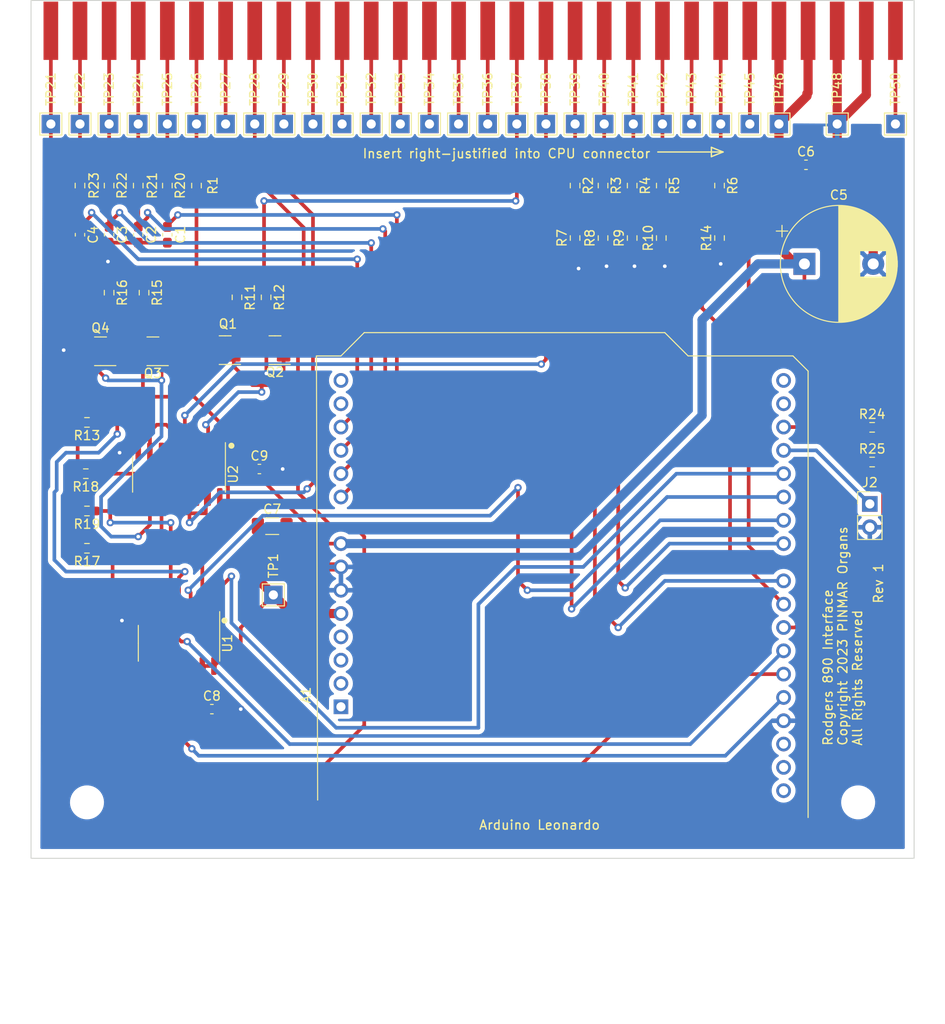
<source format=kicad_pcb>
(kicad_pcb (version 20221018) (generator pcbnew)
  (layers (0 "F.Cu" signal) (31 "B.Cu" signal) (34 "B.Paste" user) (35 "F.Paste" user) (36 "B.SilkS" user "B.Silkscreen") (37 "F.SilkS" user "F.Silkscreen") (38 "B.Mask" user) (39 "F.Mask" user) (44 "Edge.Cuts" user))
  (net 0 "")
  (net 5 "GND")
  (net 6 "/AD0_cpu")
  (net 7 "/AD1_cpu")
  (net 8 "/AD2_cpu")
  (net 9 "/AD3_cpu")
  (net 14 "Net-(A1-D3{slash}SCL)")
  (net 15 "/ICLK_cpu")
  (net 16 "/ISTB_cpu")
  (net 17 "/In0_cpu")
  (net 18 "/In1_cpu")
  (net 19 "/In2_cpu")
  (net 20 "/In3_cpu")
  (net 21 "/In4_cpu")
  (net 22 "/OCLK_cpu")
  (net 23 "/OSTB_cpu")
  (net 24 "/S0_cpu")
  (net 28 "/OCLK")
  (net 29 "/AD3")
  (net 30 "/AD2")
  (net 31 "/AD1")
  (net 32 "/AD0")
  (net 33 "/S0")
  (net 34 "/S6")
  (net 35 "/OSTB")
  (net 36 "/S7")
  (net 37 "/S5")
  (net 38 "/S1")
  (net 39 "/S4")
  (net 40 "/S2")
  (net 41 "/S3")
  (net 42 "/PwrUD")
  (net 43 "/In7")
  (net 44 "/ICLK")
  (net 45 "/ISTB")
  (net 46 "/In0")
  (net 47 "/In2")
  (net 48 "/In1")
  (net 49 "/In3")
  (net 50 "/In6")
  (net 51 "/In4")
  (net 52 "/In5")
  (net 53 "/Vchg")
  (net 54 "Net-(Q1-B)")
  (net 55 "Net-(Q1-E)")
  (net 56 "Net-(Q2-E)")
  (net 57 "Net-(Q3-B)")
  (net 58 "Net-(Q3-E)")
  (net 59 "Net-(Q4-E)")
  (net 60 "Net-(R13-Pad1)")
  (net 61 "Net-(R17-Pad1)")
  (net 62 "Net-(R18-Pad1)")
  (net 63 "Net-(R19-Pad1)")
  (net 65 "+5V")
  (net 66 "+12V")
  (net 67 "Net-(A1-D2{slash}SDA)")
  (footprint "TestPoint:TestPoint_THTPad_2.0x2.0mm_Drill1.0mm" (layer "F.Cu") (at 160.655 43.18)
    (fp_text reference "TP39")
    (fp_text value "TestPoint")
  )
  (footprint "Resistor_SMD:R_0603_1608Metric_Pad0.98x0.95mm_HandSolder" (layer "F.Cu") (at 109.855 61.5575 -90)
    (fp_text reference "R16")
    (fp_text value "10")
  )
  (footprint "Resistor_SMD:R_0603_1608Metric_Pad0.98x0.95mm_HandSolder" (layer "F.Cu") (at 166.878 55.6025 90)
    (fp_text reference "R9")
    (fp_text value "4.7K")
  )
  (footprint "TestPoint:TestPoint_THTPad_2.0x2.0mm_Drill1.0mm" (layer "F.Cu") (at 116.205 43.18)
    (fp_text reference "TP25")
    (fp_text value "TestPoint")
  )
  (footprint "Capacitor_SMD:C_0603_1608Metric_Pad1.08x0.95mm_HandSolder" (layer "F.Cu") (at 106.68 55.245 -90)
    (fp_text reference "C4")
    (fp_text value "0.1uF")
  )
  (footprint "TestPoint:TestPoint_THTPad_2.0x2.0mm_Drill1.0mm" (layer "F.Cu") (at 119.38 43.18)
    (fp_text reference "TP26")
    (fp_text value "TestPoint")
  )
  (footprint "Resistor_SMD:R_0603_1608Metric_Pad0.98x0.95mm_HandSolder" (layer "F.Cu") (at 116.205 49.8875 90)
    (fp_text reference "R20")
    (fp_text value "1K")
  )
  (footprint "Package_TO_SOT_SMD:SOT-23" (layer "F.Cu") (at 122.5065 67.818 180)
    (fp_text reference "Q1")
    (fp_text value "BC817")
  )
  (footprint "TestPoint:TestPoint_THTPad_2.0x2.0mm_Drill1.0mm" (layer "F.Cu") (at 144.78 43.18)
    (fp_text reference "TP34")
    (fp_text value "TestPoint")
  )
  (footprint "Resistor_SMD:R_0603_1608Metric_Pad0.98x0.95mm_HandSolder" (layer "F.Cu") (at 170.053 49.8875 -90)
    (fp_text reference "R5")
    (fp_text value "6.8K")
  )
  (footprint "TestPoint:TestPoint_THTPad_2.0x2.0mm_Drill1.0mm" (layer "F.Cu") (at 122.555 43.18)
    (fp_text reference "TP27")
    (fp_text value "TestPoint")
  )
  (footprint "Resistor_SMD:R_0603_1608Metric_Pad0.98x0.95mm_HandSolder" (layer "F.Cu") (at 123.795 62.0655 -90)
    (fp_text reference "R11")
    (fp_text value "10")
  )
  (footprint "TestPoint:TestPoint_THTPad_2.0x2.0mm_Drill1.0mm" (layer "F.Cu") (at 167.005 43.18)
    (fp_text reference "TP41")
    (fp_text value "TestPoint")
  )
  (footprint "Resistor_SMD:R_0603_1608Metric_Pad0.98x0.95mm_HandSolder" (layer "F.Cu") (at 176.403 49.8875 -90)
    (fp_text reference "R6")
    (fp_text value "6.8K")
  )
  (footprint "TestPoint:TestPoint_THTPad_2.0x2.0mm_Drill1.0mm" (layer "F.Cu") (at 157.48 43.18)
    (fp_text reference "TP38")
    (fp_text value "TestPoint")
  )
  (footprint "Package_SO:SOIC-16_3.9x9.9mm_P1.27mm" (layer "F.Cu") (at 117.475 81.345 -90)
    (fp_text reference "U2")
    (fp_text value "4050")
  )
  (footprint "TestPoint:TestPoint_THTPad_2.0x2.0mm_Drill1.0mm" (layer "F.Cu") (at 151.13 43.18)
    (fp_text reference "TP36")
    (fp_text value "TestPoint")
  )
  (footprint "Resistor_SMD:R_0603_1608Metric_Pad0.98x0.95mm_HandSolder" (layer "F.Cu") (at 109.855 49.8875 90)
    (fp_text reference "R22")
    (fp_text value "1K")
  )
  (footprint "TestPoint:TestPoint_THTPad_2.0x2.0mm_Drill1.0mm" (layer "F.Cu") (at 154.305 43.18)
    (fp_text reference "TP37")
    (fp_text value "TestPoint")
  )
  (footprint "Resistor_SMD:R_0603_1608Metric_Pad0.98x0.95mm_HandSolder" (layer "F.Cu") (at 126.97 62.0655 -90)
    (fp_text reference "R12")
    (fp_text value "10")
  )
  (footprint "TestPoint:TestPoint_THTPad_2.0x2.0mm_Drill1.0mm" (layer "F.Cu") (at 195.58 43.18)
    (fp_text reference "TP50")
    (fp_text value "TestPoint")
  )
  (footprint "TestPoint:TestPoint_THTPad_2.0x2.0mm_Drill1.0mm" (layer "F.Cu") (at 125.73 43.18)
    (fp_text reference "TP28")
    (fp_text value "TestPoint")
  )
  (footprint "Capacitor_SMD:C_0603_1608Metric_Pad1.08x0.95mm_HandSolder" (layer "F.Cu") (at 126.238 80.772)
    (fp_text reference "C9")
    (fp_text value "0.1uF")
  )
  (footprint "Resistor_SMD:R_0603_1608Metric_Pad0.98x0.95mm_HandSolder" (layer "F.Cu") (at 113.665 61.5575 -90)
    (fp_text reference "R15")
    (fp_text value "10")
  )
  (footprint "Resistor_SMD:R_0603_1608Metric_Pad0.98x0.95mm_HandSolder" (layer "F.Cu") (at 176.403 55.6025 90)
    (fp_text reference "R14")
    (fp_text value "4.7K")
  )
  (footprint "TestPoint:TestPoint_THTPad_2.0x2.0mm_Drill1.0mm" (layer "F.Cu") (at 141.605 43.18)
    (fp_text reference "TP33")
    (fp_text value "TestPoint")
  )
  (footprint "Capacitor_SMD:C_0603_1608Metric_Pad1.08x0.95mm_HandSolder" (layer "F.Cu") (at 113.03 55.245 -90)
    (fp_text reference "C2")
    (fp_text value "0.1uF")
  )
  (footprint "TestPoint:TestPoint_THTPad_2.0x2.0mm_Drill1.0mm" (layer "F.Cu") (at 103.505 43.18)
    (fp_text reference "TP21")
    (fp_text value "TestPoint")
  )
  (footprint "Resistor_SMD:R_0603_1608Metric_Pad0.98x0.95mm_HandSolder" (layer "F.Cu") (at 163.703 55.6025 90)
    (fp_text reference "R8")
    (fp_text value "4.7K")
  )
  (footprint "TestPoint:TestPoint_THTPad_2.0x2.0mm_Drill1.0mm" (layer "F.Cu") (at 132.08 43.18)
    (fp_text reference "TP30")
    (fp_text value "TestPoint")
  )
  (footprint "TestPoint:TestPoint_THTPad_2.0x2.0mm_Drill1.0mm" (layer "F.Cu") (at 135.255 43.18)
    (fp_text reference "TP31")
    (fp_text value "TestPoint")
  )
  (footprint "TestPoint:TestPoint_THTPad_2.0x2.0mm_Drill1.0mm" (layer "F.Cu") (at 182.88 43.18)
    (fp_text reference "TP46")
    (fp_text value "TestPoint")
  )
  (footprint "Resistor_SMD:R_0603_1608Metric_Pad0.98x0.95mm_HandSolder" (layer "F.Cu") (at 160.655 55.6025 90)
    (fp_text reference "R7")
    (fp_text value "4.7K")
  )
  (footprint "Resistor_SMD:R_0603_1608Metric_Pad0.98x0.95mm_HandSolder" (layer "F.Cu") (at 106.68 49.8875 90)
    (fp_text reference "R23")
    (fp_text value "1K")
  )
  (footprint "Capacitor_SMD:C_0603_1608Metric_Pad1.08x0.95mm_HandSolder" (layer "F.Cu") (at 116.205 55.245 -90)
    (fp_text reference "C1")
    (fp_text value "0.1uF")
  )
  (footprint "Capacitor_SMD:C_1206_3216Metric_Pad1.33x1.80mm_HandSolder" (layer "F.Cu") (at 127.635 86.995)
    (fp_text reference "C7")
    (fp_text value "10uF")
  )
  (footprint "TestPoint:TestPoint_THTPad_2.0x2.0mm_Drill1.0mm" (layer "F.Cu") (at 106.68 43.18)
    (fp_text reference "TP22")
    (fp_text value "TestPoint")
  )
  (footprint "TestPoint:TestPoint_THTPad_2.0x2.0mm_Drill1.0mm" (layer "F.Cu") (at 176.53 43.18)
    (fp_text reference "TP44")
    (fp_text value "TestPoint")
  )
  (footprint "Package_TO_SOT_SMD:SOT-23" (layer "F.Cu") (at 108.9175 67.945 180)
    (fp_text reference "Q4")
    (fp_text value "BC807")
  )
  (footprint "Resistor_SMD:R_0603_1608Metric_Pad0.98x0.95mm_HandSolder" (layer "F.Cu") (at 170.053 55.6025 90)
    (fp_text reference "R10")
    (fp_text value "4.7K")
  )
  (footprint "TestPoint:TestPoint_THTPad_2.0x2.0mm_Drill1.0mm" (layer "F.Cu") (at 128.905 43.18)
    (fp_text reference "TP29")
    (fp_text value "TestPoint")
  )
  (footprint "Resistor_SMD:R_0603_1608Metric_Pad0.98x0.95mm_HandSolder" (layer "F.Cu") (at 166.878 49.8875 -90)
    (fp_text reference "R4")
    (fp_text value "6.8K")
  )
  (footprint "Connector_Card:CardEdge_125_30_of_50" (layer "F.Cu") (at 103.505 33.02)
    (fp_text reference "J1" hide)
    (fp_text value "Conn_01x30_Pin")
  )
  (footprint "Package_TO_SOT_SMD:SOT-23" (layer "F.Cu") (at 114.6325 67.945 180)
    (fp_text reference "Q3")
    (fp_text value "BC817")
  )
  (footprint "MountingHole:MountingHole_3.2mm_M3" (layer "F.Cu") (at 191.516 117.094)
    (fp_text reference "REF**" hide)
    (fp_text value "MountingHole_3.2mm_M3")
  )
  (footprint "Connector_PinHeader_2.54mm:PinHeader_1x02_P2.54mm_Vertical" (layer "F.Cu") (at 192.786 84.577)
    (fp_text reference "J2")
    (fp_text value "Conn_01x02_Pin")
  )
  (footprint "TestPoint:TestPoint_THTPad_2.0x2.0mm_Drill1.0mm" (layer "F.Cu") (at 179.705 43.18)
    (fp_text reference "TP45")
    (fp_text value "TestPoint")
  )
  (footprint "TestPoint:TestPoint_THTPad_2.0x2.0mm_Drill1.0mm" (layer "F.Cu") (at 109.855 43.18)
    (fp_text reference "TP23")
    (fp_text value "TestPoint")
  )
  (footprint "MountingHole:MountingHole_3.2mm_M3" (layer "F.Cu") (at 107.442 117.094)
    (fp_text reference "REF**" hide)
    (fp_text value "MountingHole_3.2mm_M3")
  )
  (footprint "Resistor_SMD:R_0603_1608Metric_Pad0.98x0.95mm_HandSolder" (layer "F.Cu") (at 107.442 75.692 180)
    (fp_text reference "R13")
    (fp_text value "2.2K")
  )
  (footprint "Capacitor_THT:CP_Radial_D12.5mm_P7.50mm" (layer "F.Cu") (at 185.656041 58.42)
    (fp_text reference "C5")
    (fp_text value "100uF")
  )
  (footprint "TestPoint:TestPoint_THTPad_2.0x2.0mm_Drill1.0mm" (layer "F.Cu") (at 163.83 43.18)
    (fp_text reference "TP40")
    (fp_text value "TestPoint")
  )
  (footprint "TestPoint:TestPoint_THTPad_2.0x2.0mm_Drill1.0mm" (layer "F.Cu") (at 113.03 43.18)
    (fp_text reference "TP24")
    (fp_text value "TestPoint")
  )
  (footprint "Resistor_SMD:R_0603_1608Metric_Pad0.98x0.95mm_HandSolder" (layer "F.Cu") (at 107.442 85.344 180)
    (fp_text reference "R19")
    (fp_text value "2.2K")
  )
  (footprint "TestPoint:TestPoint_THTPad_2.0x2.0mm_Drill1.0mm" (layer "F.Cu") (at 147.955 43.18)
    (fp_text reference "TP35")
    (fp_text value "TestPoint")
  )
  (footprint "Resistor_SMD:R_0603_1608Metric_Pad0.98x0.95mm_HandSolder" (layer "F.Cu") (at 119.38 49.8875 -90)
    (fp_text reference "R1")
    (fp_text value "2.2K")
  )
  (footprint "TestPoint:TestPoint_THTPad_2.0x2.0mm_Drill1.0mm" (layer "F.Cu") (at 173.355 43.18)
    (fp_text reference "TP43")
    (fp_text value "TestPoint")
  )
  (footprint "TestPoint:TestPoint_THTPad_2.0x2.0mm_Drill1.0mm" (layer "F.Cu") (at 189.23 43.18)
    (fp_text reference "TP48")
    (fp_text value "TestPoint")
  )
  (footprint "TestPoint:TestPoint_THTPad_2.0x2.0mm_Drill1.0mm" (layer "F.Cu") (at 170.18 43.18)
    (fp_text reference "TP42")
    (fp_text value "TestPoint")
  )
  (footprint "TestPoint:TestPoint_THTPad_2.0x2.0mm_Drill1.0mm" (layer "F.Cu") (at 138.43 43.18)
    (fp_text reference "TP32")
    (fp_text value "TestPoint")
  )
  (footprint "Resistor_SMD:R_0603_1608Metric_Pad0.98x0.95mm_HandSolder" (layer "F.Cu") (at 107.315 81.28 180)
    (fp_text reference "R18")
    (fp_text value "2.2K")
  )
  (footprint "Resistor_SMD:R_0603_1608Metric_Pad0.98x0.95mm_HandSolder" (layer "F.Cu") (at 107.442 89.408 180)
    (fp_text reference "R17")
    (fp_text value "2.2K")
  )
  (footprint "Resistor_SMD:R_0603_1608Metric_Pad0.98x0.95mm_HandSolder" (layer "F.Cu") (at 193.04 76.23)
    (fp_text reference "R24")
    (fp_text value "6.8K")
  )
  (footprint "TestPoint:TestPoint_THTPad_2.0x2.0mm_Drill1.0mm" (layer "F.Cu") (at 127.762 94.488)
    (fp_text reference "TP1")
    (fp_text value "TestPoint")
  )
  (footprint "Resistor_SMD:R_0603_1608Metric_Pad0.98x0.95mm_HandSolder" (layer "F.Cu") (at 193.04 80.01)
    (fp_text reference "R25")
    (fp_text value "4.7K")
  )
  (footprint "Resistor_SMD:R_0603_1608Metric_Pad0.98x0.95mm_HandSolder" (layer "F.Cu") (at 160.655 49.8875 -90)
    (fp_text reference "R2")
    (fp_text value "6.8K")
  )
  (footprint "Resistor_SMD:R_0603_1608Metric_Pad0.98x0.95mm_HandSolder" (layer "F.Cu") (at 113.03 49.8875 90)
    (fp_text reference "R21")
    (fp_text value "1K")
  )
  (footprint "Package_TO_SOT_SMD:SOT-23" (layer "F.Cu") (at 127.9375 67.818 180)
    (fp_text reference "Q2")
    (fp_text value "BC807")
  )
  (footprint "Resistor_SMD:R_0603_1608Metric_Pad0.98x0.95mm_HandSolder" (layer "F.Cu") (at 163.703 49.8875 -90)
    (fp_text reference "R3")
    (fp_text value "6.8K")
  )
  (footprint "Capacitor_SMD:C_0603_1608Metric_Pad1.08x0.95mm_HandSolder" (layer "F.Cu") (at 185.8275 47.625)
    (fp_text reference "C6")
    (fp_text value "0.1uF")
  )
  (footprint "Module:Arduino_UNO_R3" (layer "F.Cu") (at 135.128 106.68 90)
    (fp_text reference "A1")
    (fp_text value "Arduino_Leonardo")
  )
  (footprint "Capacitor_SMD:C_0603_1608Metric_Pad1.08x0.95mm_HandSolder" (layer "F.Cu") (at 109.855 55.245 -90)
    (fp_text reference "C3")
    (fp_text value "0.1uF")
  )
  (footprint "Package_SO:SOIC-14_3.9x8.7mm_P1.27mm" (layer "F.Cu") (at 117.475 99.76 -90)
    (fp_text reference "U1")
    (fp_text value "7417")
  )
  (footprint "Capacitor_SMD:C_0603_1608Metric_Pad1.08x0.95mm_HandSolder" (layer "F.Cu") (at 121.0575 106.934)
    (fp_text reference "C8")
    (fp_text value "0.1uF")
  )
  (gr_line (start 169.672 46.228) (end 176.784 46.228) (stroke (width 0.15)) (layer "F.SilkS"))
  (gr_line (start 176.784 46.228) (end 175.514 45.72) (stroke (width 0.15)) (layer "F.SilkS"))
  (gr_circle (center 123.19 78.232) (end 123.444 78.232) (stroke (width 0.15)) (fill solid) (layer "F.SilkS"))
  (gr_line (start 175.514 45.72) (end 175.514 46.736) (stroke (width 0.15)) (layer "F.SilkS"))
  (gr_line (start 175.514 46.736) (end 176.784 46.228) (stroke (width 0.15)) (layer "F.SilkS"))
  (gr_circle (center 122.428 97.282) (end 122.682 97.282) (stroke (width 0.15)) (fill solid) (layer "F.SilkS"))
  (gr_rect (start 101.346 29.718) (end 197.612 123.19) (stroke (width 0.1)) (fill none) (layer "Edge.Cuts"))
  (gr_text "Insert right-justified into CPU connector" (at 137.414 46.99) (layer "F.SilkS") (effects (font (size 1 1)) (justify left bottom)))
  (gr_text "Arduino Leonardo" (at 150.114 120.142) (layer "F.SilkS") (effects (font (size 1 1)) (justify left bottom)))
  (gr_text "Rodgers 890 Interface\nCopyright 2023 PINMAR Organs\nAll Rights Reserved" (at 192.024 110.998 90) (layer "F.SilkS") (effects (font (size 1 1)) (justify left bottom)))
  (gr_text "Rev 1" (at 194.31 95.504 90) (layer "F.SilkS") (effects (font (size 1 1)) (justify left bottom)))
  (segment (start 113.665 97.285) (end 111.255 97.285) (width 0.4) (layer "F.Cu") (net 5))
  (segment (start 194.236 82.1185) (end 194.236 86.869081) (width 0.4) (layer "F.Cu") (net 5))
  (segment (start 193.04 49.53) (end 193.156041 49.646041) (width 1) (layer "F.Cu") (net 5))
  (segment (start 127 67.818) (end 127 70.358) (width 0.4) (layer "F.Cu") (net 5))
  (segment (start 109.855 58.039) (end 109.728 58.166) (width 0.4) (layer "F.Cu") (net 5))
  (segment (start 160.655 58.547) (end 161.036 58.928) (width 0.4) (layer "F.Cu") (net 5))
  (segment (start 109.855 56.1075) (end 113.03 56.1075) (width 0.4) (layer "F.Cu") (net 5))
  (segment (start 176.403 56.515) (end 176.403 58.293) (width 0.4) (layer "F.Cu") (net 5))
  (segment (start 163.703 56.515) (end 163.703 58.293) (width 0.4) (layer "F.Cu") (net 5))
  (segment (start 194.236 86.869081) (end 193.988081 87.117) (width 0.4) (layer "F.Cu") (net 5))
  (segment (start 189.23 45.085) (end 189.23 43.18) (width 0.4) (layer "F.Cu") (net 5))
  (segment (start 166.878 58.42) (end 167.132 58.674) (width 0.4) (layer "F.Cu") (net 5))
  (segment (start 193.04 48.768) (end 189.23 44.958) (width 1) (layer "F.Cu") (net 5))
  (segment (start 113.03 78.87) (end 111.122 78.87) (width 0.4) (layer "F.Cu") (net 5))
  (segment (start 170.053 58.293) (end 170.434 58.674) (width 0.4) (layer "F.Cu") (net 5))
  (segment (start 166.878 56.515) (end 166.878 58.42) (width 0.4) (layer "F.Cu") (net 5))
  (segment (start 160.655 56.515) (end 160.655 58.547) (width 0.4) (layer "F.Cu") (net 5))
  (segment (start 111.122 78.87) (end 110.998 78.994) (width 0.4) (layer "F.Cu") (net 5))
  (segment (start 113.03 56.1075) (end 116.205 56.1075) (width 0.4) (layer "F.Cu") (net 5))
  (segment (start 109.855 56.1075) (end 109.855 58.039) (width 0.4) (layer "F.Cu") (net 5))
  (segment (start 189.23 33.02) (end 189.23 43.18) (width 1) (layer "F.Cu") (net 5))
  (segment (start 193.988081 87.117) (end 192.786 87.117) (width 0.4) (layer "F.Cu") (net 5))
  (segment (start 129.1975 86.995) (end 129.1975 88.5575) (width 1) (layer "F.Cu") (net 5))
  (segment (start 186.69 47.625) (end 189.23 45.085) (width 0.4) (layer "F.Cu") (net 5))
  (segment (start 163.703 58.293) (end 164.084 58.674) (width 0.4) (layer "F.Cu") (net 5))
  (segment (start 105.029 67.945) (end 104.902 67.818) (width 0.4) (layer "F.Cu") (net 5))
  (segment (start 193.156041 49.646041) (end 193.156041 58.42) (width 1) (layer "F.Cu") (net 5))
  (segment (start 107.98 67.945) (end 105.029 67.945) (width 0.4) (layer "F.Cu") (net 5))
  (segment (start 127.1005 80.772) (end 128.778 80.772) (width 0.4) (layer "F.Cu") (net 5))
  (segment (start 111.255 97.285) (end 111.252 97.282) (width 0.4) (layer "F.Cu") (net 5))
  (segment (start 132.08 91.44) (end 135.128 91.44) (width 1) (layer "F.Cu") (net 5))
  (segment (start 170.053 56.515) (end 170.053 58.293) (width 0.4) (layer "F.Cu") (net 5))
  (segment (start 193.04 48.768) (end 193.04 49.53) (width 1) (layer "F.Cu") (net 5))
  (segment (start 129.1975 88.5575) (end 132.08 91.44) (width 1) (layer "F.Cu") (net 5))
  (segment (start 192.405 33.02) (end 192.405 40.005) (width 1) (layer "F.Cu") (net 5))
  (segment (start 192.1275 80.01) (end 194.236 82.1185) (width 0.4) (layer "F.Cu") (net 5))
  (segment (start 106.68 56.1075) (end 109.855 56.1075) (width 0.4) (layer "F.Cu") (net 5))
  (segment (start 189.23 44.958) (end 189.23 43.18) (width 1) (layer "F.Cu") (net 5))
  (segment (start 192.405 40.005) (end 189.23 43.18) (width 1) (layer "F.Cu") (net 5))
  (segment (start 176.403 58.293) (end 176.53 58.42) (width 0.4) (layer "F.Cu") (net 5))
  (segment (start 121.92 106.934) (end 124.206 106.934) (width 0.4) (layer "F.Cu") (net 5))
  (via (at 110.998 78.994) (size 0.8) (drill 0.4) (layers "F.Cu" "B.Cu") (net 5))
  (via (at 164.084 58.674) (size 0.8) (drill 0.4) (layers "F.Cu" "B.Cu") (net 5))
  (via (at 104.902 67.818) (size 0.8) (drill 0.4) (layers "F.Cu" "B.Cu") (net 5))
  (via (at 161.036 58.928) (size 0.8) (drill 0.4) (layers "F.Cu" "B.Cu") (net 5))
  (via (at 111.252 97.282) (size 0.8) (drill 0.4) (layers "F.Cu" "B.Cu") (net 5))
  (via (at 176.53 58.42) (size 0.8) (drill 0.4) (layers "F.Cu" "B.Cu") (net 5))
  (via (at 109.728 58.166) (size 0.8) (drill 0.4) (layers "F.Cu" "B.Cu") (net 5))
  (via (at 170.434 58.674) (size 0.8) (drill 0.4) (layers "F.Cu" "B.Cu") (net 5))
  (via (at 127 70.358) (size 0.8) (drill 0.4) (layers "F.Cu" "B.Cu") (net 5))
  (via (at 124.206 106.934) (size 0.8) (drill 0.4) (layers "F.Cu" "B.Cu") (net 5))
  (via (at 128.778 80.772) (size 0.8) (drill 0.4) (layers "F.Cu" "B.Cu") (net 5))
  (via (at 167.132 58.674) (size 0.8) (drill 0.4) (layers "F.Cu" "B.Cu") (net 5))
  (segment (start 141.224 53.086) (end 141.224 77.724) (width 0.4) (layer "F.Cu") (net 6))
  (segment (start 141.224 77.724) (end 135.128 83.82) (width 0.4) (layer "F.Cu") (net 6))
  (segment (start 116.205 54.3825) (end 116.205 54.229) (width 0.4) (layer "F.Cu") (net 6))
  (segment (start 116.205 54.229) (end 117.348 53.086) (width 0.4) (layer "F.Cu") (net 6))
  (segment (start 116.205 50.8) (end 116.205 54.3825) (width 0.4) (layer "F.Cu") (net 6))
  (via (at 141.224 53.086) (size 0.8) (drill 0.4) (layers "F.Cu" "B.Cu") (net 6))
  (via (at 117.348 53.086) (size 0.8) (drill 0.4) (layers "F.Cu" "B.Cu") (net 6))
  (segment (start 117.348 53.086) (end 141.224 53.086) (width 0.4) (layer "B.Cu") (net 6))
  (segment (start 113.03 50.8) (end 113.03 54.3825) (width 0.4) (layer "F.Cu") (net 7))
  (segment (start 114.046 52.832) (end 114.046 53.3665) (width 0.4) (layer "F.Cu") (net 7))
  (segment (start 114.046 53.3665) (end 113.03 54.3825) (width 0.4) (layer "F.Cu") (net 7))
  (segment (start 139.954 76.454) (end 139.954 70.358) (width 0.4) (layer "F.Cu") (net 7))
  (segment (start 139.954 54.864) (end 139.7 54.61) (width 0.4) (layer "F.Cu") (net 7))
  (segment (start 135.128 81.28) (end 139.954 76.454) (width 0.4) (layer "F.Cu") (net 7))
  (segment (start 139.954 70.358) (end 139.954 54.864) (width 0.4) (layer "F.Cu") (net 7))
  (via (at 114.046 52.832) (size 0.8) (drill 0.4) (layers "F.Cu" "B.Cu") (net 7))
  (via (at 139.7 54.61) (size 0.8) (drill 0.4) (layers "F.Cu" "B.Cu") (net 7))
  (segment (start 139.7 54.61) (end 115.824 54.61) (width 0.4) (layer "B.Cu") (net 7))
  (segment (start 115.824 54.61) (end 114.046 52.832) (width 0.4) (layer "B.Cu") (net 7))
  (segment (start 109.855 54.3825) (end 109.855 53.975) (width 0.4) (layer "F.Cu") (net 8))
  (segment (start 138.43 56.134) (end 138.43 75.438) (width 0.4) (layer "F.Cu") (net 8))
  (segment (start 138.43 75.438) (end 135.128 78.74) (width 0.4) (layer "F.Cu") (net 8))
  (segment (start 109.855 53.975) (end 110.998 52.832) (width 0.4) (layer "F.Cu") (net 8))
  (segment (start 109.855 50.8) (end 109.855 54.3825) (width 0.4) (layer "F.Cu") (net 8))
  (via (at 110.998 52.832) (size 0.8) (drill 0.4) (layers "F.Cu" "B.Cu") (net 8))
  (via (at 138.43 56.134) (size 0.8) (drill 0.4) (layers "F.Cu" "B.Cu") (net 8))
  (segment (start 110.998 52.832) (end 114.3 56.134) (width 0.4) (layer "B.Cu") (net 8))
  (segment (start 114.3 56.134) (end 138.43 56.134) (width 0.4) (layer "B.Cu") (net 8))
  (segment (start 135.128 76.2) (end 136.906 74.422) (width 0.4) (layer "F.Cu") (net 9))
  (segment (start 136.906 74.422) (end 136.906 57.912) (width 0.4) (layer "F.Cu") (net 9))
  (segment (start 107.95 52.832) (end 107.95 53.1125) (width 0.4) (layer "F.Cu") (net 9))
  (segment (start 106.68 50.8) (end 106.68 54.3825) (width 0.4) (layer "F.Cu") (net 9))
  (segment (start 107.95 53.1125) (end 106.68 54.3825) (width 0.4) (layer "F.Cu") (net 9))
  (via (at 136.906 57.912) (size 0.8) (drill 0.4) (layers "F.Cu" "B.Cu") (net 9))
  (via (at 107.95 52.832) (size 0.8) (drill 0.4) (layers "F.Cu" "B.Cu") (net 9))
  (segment (start 136.906 57.912) (end 113.03 57.912) (width 0.4) (layer "B.Cu") (net 9))
  (segment (start 113.03 57.912) (end 107.95 52.832) (width 0.4) (layer "B.Cu") (net 9))
  (segment (start 183.388 78.74) (end 186.949 78.74) (width 0.4) (layer "B.Cu") (net 14))
  (segment (start 186.949 78.74) (end 192.786 84.577) (width 0.4) (layer "B.Cu") (net 14))
  (segment (start 121.285 97.285) (end 121.285 94.361) (width 0.4) (layer "F.Cu") (net 15))
  (segment (start 121.285 94.361) (end 123.19 92.456) (width 0.4) (layer "F.Cu") (net 15))
  (via (at 123.19 92.456) (size 0.8) (drill 0.4) (layers "F.Cu" "B.Cu") (net 15))
  (segment (start 154.178 91.44) (end 161.544 91.44) (width 0.4) (layer "B.Cu") (net 15))
  (segment (start 171.704 81.28) (end 183.388 81.28) (width 0.4) (layer "B.Cu") (net 15))
  (segment (start 150.114 95.504) (end 154.178 91.44) (width 0.4) (layer "B.Cu") (net 15))
  (segment (start 150.114 108.966) (end 150.114 95.504) (width 0.4) (layer "B.Cu") (net 15))
  (segment (start 123.19 97.542) (end 134.614 108.966) (width 0.4) (layer "B.Cu") (net 15))
  (segment (start 123.19 92.456) (end 123.19 97.542) (width 0.4) (layer "B.Cu") (net 15))
  (segment (start 134.614 108.966) (end 150.114 108.966) (width 0.4) (layer "B.Cu") (net 15))
  (segment (start 161.544 91.44) (end 171.704 81.28) (width 0.4) (layer "B.Cu") (net 15))
  (segment (start 118.745 94.2505) (end 118.4745 93.98) (width 0.4) (layer "F.Cu") (net 16))
  (segment (start 118.745 97.285) (end 118.745 94.2505) (width 0.4) (layer "F.Cu") (net 16))
  (segment (start 154.432 82.804) (end 154.432 92.964) (width 0.4) (layer "F.Cu") (net 16))
  (segment (start 154.432 92.964) (end 155.448 93.98) (width 0.4) (layer "F.Cu") (net 16))
  (via (at 154.432 82.804) (size 0.8) (drill 0.4) (layers "F.Cu" "B.Cu") (net 16))
  (via (at 155.448 93.98) (size 0.8) (drill 0.4) (layers "F.Cu" "B.Cu") (net 16))
  (via (at 118.4745 93.98) (size 0.8) (drill 0.4) (layers "F.Cu" "B.Cu") (net 16))
  (segment (start 118.4745 93.98) (end 126.6025 85.852) (width 0.4) (layer "B.Cu") (net 16))
  (segment (start 126.6025 85.852) (end 151.384 85.852) (width 0.4) (layer "B.Cu") (net 16))
  (segment (start 170.688 83.82) (end 183.388 83.82) (width 0.4) (layer "B.Cu") (net 16))
  (segment (start 151.384 85.852) (end 154.432 82.804) (width 0.4) (layer "B.Cu") (net 16))
  (segment (start 160.528 93.98) (end 170.688 83.82) (width 0.4) (layer "B.Cu") (net 16))
  (segment (start 155.448 93.98) (end 160.528 93.98) (width 0.4) (layer "B.Cu") (net 16))
  (segment (start 159.58 55.918096) (end 159.58 62.298) (width 0.4) (layer "F.Cu") (net 17))
  (segment (start 160.274 62.992) (end 160.274 96.012) (width 0.4) (layer "F.Cu") (net 17))
  (segment (start 160.655 50.8) (end 160.655 54.69) (width 0.4) (layer "F.Cu") (net 17))
  (segment (start 160.655 54.843096) (end 159.58 55.918096) (width 0.4) (layer "F.Cu") (net 17))
  (segment (start 159.58 62.298) (end 160.274 62.992) (width 0.4) (layer "F.Cu") (net 17))
  (segment (start 160.655 54.69) (end 160.655 54.843096) (width 0.4) (layer "F.Cu") (net 17))
  (via (at 160.274 96.012) (size 0.8) (drill 0.4) (layers "F.Cu" "B.Cu") (net 17))
  (segment (start 169.926 86.36) (end 183.388 86.36) (width 0.4) (layer "B.Cu") (net 17))
  (segment (start 160.274 96.012) (end 169.926 86.36) (width 0.4) (layer "B.Cu") (net 17))
  (segment (start 166.878 50.8) (end 166.878 54.69) (width 0.4) (layer "F.Cu") (net 18))
  (segment (start 166.036 54.69) (end 165.354 55.372) (width 0.4) (layer "F.Cu") (net 18))
  (segment (start 165.354 60.452) (end 165.354 92.964) (width 0.4) (layer "F.Cu") (net 18))
  (segment (start 165.354 55.372) (end 165.354 60.452) (width 0.4) (layer "F.Cu") (net 18))
  (segment (start 165.354 92.964) (end 166.116 93.726) (width 0.4) (layer "F.Cu") (net 18))
  (segment (start 166.878 54.69) (end 166.036 54.69) (width 0.4) (layer "F.Cu") (net 18))
  (via (at 166.116 93.726) (size 0.8) (drill 0.4) (layers "F.Cu" "B.Cu") (net 18))
  (segment (start 170.942 88.9) (end 183.388 88.9) (width 0.4) (layer "B.Cu") (net 18))
  (segment (start 166.116 93.726) (end 170.942 88.9) (width 0.4) (layer "B.Cu") (net 18))
  (segment (start 162.628 55.765) (end 162.628 76.268) (width 0.4) (layer "F.Cu") (net 19))
  (segment (start 162.814 95.504) (end 165.354 98.044) (width 0.4) (layer "F.Cu") (net 19))
  (segment (start 163.703 54.69) (end 162.628 55.765) (width 0.4) (layer "F.Cu") (net 19))
  (segment (start 162.814 76.454) (end 162.814 95.504) (width 0.4) (layer "F.Cu") (net 19))
  (segment (start 162.628 76.268) (end 162.814 76.454) (width 0.4) (layer "F.Cu") (net 19))
  (segment (start 163.703 50.8) (end 163.703 54.69) (width 0.4) (layer "F.Cu") (net 19))
  (via (at 165.354 98.044) (size 0.8) (drill 0.4) (layers "F.Cu" "B.Cu") (net 19))
  (segment (start 170.438 92.96) (end 183.388 92.96) (width 0.4) (layer "B.Cu") (net 19))
  (segment (start 165.354 98.044) (end 170.438 92.96) (width 0.4) (layer "B.Cu") (net 19))
  (segment (start 170.053 54.69) (end 170.768 54.69) (width 0.4) (layer "F.Cu") (net 20))
  (segment (start 174.498 58.42) (end 174.498 63.246) (width 0.4) (layer "F.Cu") (net 20))
  (segment (start 179.074 91.186) (end 183.388 95.5) (width 0.4) (layer "F.Cu") (net 20))
  (segment (start 170.768 54.69) (end 174.498 58.42) (width 0.4) (layer "F.Cu") (net 20))
  (segment (start 170.053 50.8) (end 170.053 54.69) (width 0.4) (layer "F.Cu") (net 20))
  (segment (start 177.546 89.662) (end 179.07 91.186) (width 0.4) (layer "F.Cu") (net 20))
  (segment (start 174.498 63.246) (end 177.546 66.294) (width 0.4) (layer "F.Cu") (net 20))
  (segment (start 177.546 66.294) (end 177.546 89.662) (width 0.4) (layer "F.Cu") (net 20))
  (segment (start 179.07 91.186) (end 179.074 91.186) (width 0.4) (layer "F.Cu") (net 20))
  (segment (start 179.578 89.154) (end 181.102 90.678) (width 0.4) (layer "F.Cu") (net 21))
  (segment (start 185.674 97.028) (end 184.662 98.04) (width 0.4) (layer "F.Cu") (net 21))
  (segment (start 176.403 50.8) (end 176.403 54.69) (width 0.4) (layer "F.Cu") (net 21))
  (segment (start 185.674 91.948) (end 185.674 97.028) (width 0.4) (layer "F.Cu") (net 21))
  (segment (start 184.404 90.678) (end 185.674 91.948) (width 0.4) (layer "F.Cu") (net 21))
  (segment (start 179.578 57.865) (end 179.578 89.154) (width 0.4) (layer "F.Cu") (net 21))
  (segment (start 181.102 90.678) (end 184.404 90.678) (width 0.4) (layer "F.Cu") (net 21))
  (segment (start 176.403 54.69) (end 179.578 57.865) (width 0.4) (layer "F.Cu") (net 21))
  (segment (start 184.662 98.04) (end 183.388 98.04) (width 0.4) (layer "F.Cu") (net 21))
  (segment (start 116.205 97.285) (end 116.205 98.05066) (width 0.4) (layer "F.Cu") (net 22))
  (segment (start 116.205 98.05066) (end 117.72234 99.568) (width 0.4) (layer "F.Cu") (net 22))
  (segment (start 117.72234 99.568) (end 118.364 99.568) (width 0.4) (layer "F.Cu") (net 22))
  (via (at 118.364 99.568) (size 0.8) (drill 0.4) (layers "F.Cu" "B.Cu") (net 22))
  (segment (start 118.364 99.568) (end 129.54 110.744) (width 0.4) (layer "B.Cu") (net 22))
  (segment (start 173.224 110.744) (end 183.388 100.58) (width 0.4) (layer "B.Cu") (net 22))
  (segment (start 129.54 110.744) (end 173.224 110.744) (width 0.4) (layer "B.Cu") (net 22))
  (segment (start 114.935 112.76437) (end 114.935 102.235) (width 0.4) (layer "F.Cu") (net 23))
  (segment (start 171.2 103.12) (end 183.388 103.12) (width 0.4) (layer "F.Cu") (net 23))
  (segment (start 118.24863 116.078) (end 158.242 116.078) (width 0.4) (layer "F.Cu") (net 23))
  (segment (start 158.242 116.078) (end 171.2 103.12) (width 0.4) (layer "F.Cu") (net 23))
  (segment (start 114.935 112.76437) (end 118.24863 116.078) (width 0.4) (layer "F.Cu") (net 23))
  (segment (start 117.475 109.855) (end 117.475 102.235) (width 0.4) (layer "F.Cu") (net 24))
  (segment (start 118.872 111.252) (end 117.475 109.855) (width 0.4) (layer "F.Cu") (net 24))
  (via (at 118.872 111.252) (size 0.8) (drill 0.4) (layers "F.Cu" "B.Cu") (net 24))
  (segment (start 177.034 112.014) (end 183.388 105.66) (width 0.4) (layer "B.Cu") (net 24))
  (segment (start 118.872 111.252) (end 119.634 112.014) (width 0.4) (layer "B.Cu") (net 24))
  (segment (start 119.634 112.014) (end 177.034 112.014) (width 0.4) (layer "B.Cu") (net 24))
  (segment (start 103.505 54.654404) (end 103.505 43.18) (width 0.4) (layer "F.Cu") (net 28))
  (segment (start 109.855 60.645) (end 109.495596 60.645) (width 0.4) (layer "F.Cu") (net 28))
  (segment (start 109.495596 60.645) (end 103.505 54.654404) (width 0.4) (layer "F.Cu") (net 28))
  (segment (start 109.855 60.645) (end 113.665 60.645) (width 0.4) (layer "F.Cu") (net 28))
  (segment (start 103.505 43.18) (end 103.505 33.02) (width 0.4) (layer "F.Cu") (net 28))
  (segment (start 106.68 48.975) (end 106.68 43.18) (width 0.4) (layer "F.Cu") (net 29))
  (segment (start 106.68 43.18) (end 106.68 33.02) (width 0.4) (layer "F.Cu") (net 29))
  (segment (start 109.855 48.975) (end 109.855 43.18) (width 0.4) (layer "F.Cu") (net 30))
  (segment (start 109.855 43.18) (end 109.855 33.02) (width 0.4) (layer "F.Cu") (net 30))
  (segment (start 113.03 48.975) (end 113.03 43.18) (width 0.4) (layer "F.Cu") (net 31))
  (segment (start 113.03 43.18) (end 113.03 33.02) (width 0.4) (layer "F.Cu") (net 31))
  (segment (start 116.205 43.18) (end 116.205 33.02) (width 0.4) (layer "F.Cu") (net 32))
  (segment (start 116.205 48.975) (end 116.205 43.18) (width 0.4) (layer "F.Cu") (net 32))
  (segment (start 131.064 54.465786) (end 131.064 59.182) (width 0.4) (layer "F.Cu") (net 33))
  (segment (start 130.445 83.345214) (end 133.967786 86.868) (width 0.4) (layer "F.Cu") (net 33))
  (segment (start 130.445 59.801) (end 130.445 83.345214) (width 0.4) (layer "F.Cu") (net 33))
  (segment (start 137.668 88.138) (end 137.668 108.712) (width 0.4) (layer "F.Cu") (net 33))
  (segment (start 131.064 59.182) (end 130.445 59.801) (width 0.4) (layer "F.Cu") (net 33))
  (segment (start 117.332 113.014) (end 116.205 111.887) (width 0.4) (layer "F.Cu") (net 33))
  (segment (start 125.573214 48.975) (end 131.064 54.465786) (width 0.4) (layer "F.Cu") (net 33))
  (segment (start 119.38 48.975) (end 119.38 43.18) (width 0.4) (layer "F.Cu") (net 33))
  (segment (start 137.668 108.712) (end 133.366 113.014) (width 0.4) (layer "F.Cu") (net 33))
  (segment (start 133.967786 86.868) (end 136.398 86.868) (width 0.4) (layer "F.Cu") (net 33))
  (segment (start 119.38 43.18) (end 119.38 33.02) (width 0.4) (layer "F.Cu") (net 33))
  (segment (start 133.366 113.014) (end 117.332 113.014) (width 0.4) (layer "F.Cu") (net 33))
  (segment (start 136.398 86.868) (end 137.668 88.138) (width 0.4) (layer "F.Cu") (net 33))
  (segment (start 116.205 111.887) (end 116.205 102.235) (width 0.4) (layer "F.Cu") (net 33))
  (segment (start 119.38 48.975) (end 125.573214 48.975) (width 0.4) (layer "F.Cu") (net 33))
  (segment (start 122.555 43.18) (end 122.555 33.02) (width 0.4) (layer "F.Cu") (net 34))
  (segment (start 120.396 85.598) (end 120.396 84.074) (width 0.4) (layer "F.Cu") (net 35))
  (segment (start 116.84 83.82) (end 116.84 84.58566) (width 0.4) (layer "F.Cu") (net 35))
  (segment (start 125.73 43.18) (end 125.73 33.02) (width 0.4) (layer "F.Cu") (net 35))
  (segment (start 118.618 85.598) (end 118.618 86.614) (width 0.4) (layer "F.Cu") (net 35))
  (segment (start 132.08 53.086) (end 125.73 46.736) (width 0.4) (layer "F.Cu") (net 35))
  (segment (start 125.73 46.736) (end 125.73 43.18) (width 0.4) (layer "F.Cu") (net 35))
  (segment (start 118.618 85.598) (end 120.396 85.598) (width 0.4) (layer "F.Cu") (net 35))
  (segment (start 117.85234 85.598) (end 118.618 85.598) (width 0.4) (layer "F.Cu") (net 35))
  (segment (start 132.08 82.296) (end 132.08 53.086) (width 0.4) (layer "F.Cu") (net 35))
  (segment (start 131.445 82.931) (end 132.08 82.296) (width 0.4) (layer "F.Cu") (net 35))
  (segment (start 120.396 84.074) (end 120.65 83.82) (width 0.4) (layer "F.Cu") (net 35))
  (segment (start 116.84 84.58566) (end 117.85234 85.598) (width 0.4) (layer "F.Cu") (net 35))
  (via (at 131.445 82.931) (size 0.8) (drill 0.4) (layers "F.Cu" "B.Cu") (net 35))
  (via (at 118.618 86.614) (size 0.8) (drill 0.4) (layers "F.Cu" "B.Cu") (net 35))
  (segment (start 121.92 83.312) (end 118.618 86.614) (width 0.4) (layer "B.Cu") (net 35))
  (segment (start 131.445 82.931) (end 131.064 83.312) (width 0.4) (layer "B.Cu") (net 35))
  (segment (start 131.064 83.312) (end 121.92 83.312) (width 0.4) (layer "B.Cu") (net 35))
  (segment (start 128.905 43.18) (end 128.905 33.02) (width 0.4) (layer "F.Cu") (net 36))
  (segment (start 132.08 43.18) (end 132.08 33.02) (width 0.4) (layer "F.Cu") (net 37))
  (segment (start 135.255 43.18) (end 135.255 33.02) (width 0.4) (layer "F.Cu") (net 38))
  (segment (start 138.43 43.18) (end 138.43 33.02) (width 0.4) (layer "F.Cu") (net 39))
  (segment (start 141.605 43.18) (end 141.605 33.02) (width 0.4) (layer "F.Cu") (net 40))
  (segment (start 144.78 43.18) (end 144.78 33.02) (width 0.4) (layer "F.Cu") (net 41))
  (segment (start 147.955 43.18) (end 147.955 33.02) (width 0.4) (layer "F.Cu") (net 42))
  (segment (start 151.13 43.18) (end 151.13 33.02) (width 0.4) (layer "F.Cu") (net 43))
  (segment (start 154.305 51.435) (end 154.305 43.18) (width 0.4) (layer "F.Cu") (net 44))
  (segment (start 123.795 61.153) (end 126.97 61.153) (width 0.4) (layer "F.Cu") (net 44))
  (segment (start 154.305 43.18) (end 154.305 33.02) (width 0.4) (layer "F.Cu") (net 44))
  (segment (start 154.178 51.562) (end 154.305 51.435) (width 0.4) (layer "F.Cu") (net 44))
  (segment (start 126.746 60.929) (end 126.746 51.562) (width 0.4) (layer "F.Cu") (net 44))
  (segment (start 126.97 61.153) (end 126.746 60.929) (width 0.4) (layer "F.Cu") (net 44))
  (via (at 154.178 51.562) (size 0.8) (drill 0.4) (layers "F.Cu" "B.Cu") (net 44))
  (via (at 126.746 51.562) (size 0.8) (drill 0.4) (layers "F.Cu" "B.Cu") (net 44))
  (segment (start 126.746 51.562) (end 154.178 51.562) (width 0.4) (layer "B.Cu") (net 44))
  (segment (start 118.11 79.63566) (end 118.11 78.87) (width 0.4) (layer "F.Cu") (net 45))
  (segment (start 115.57 80.264) (end 115.786 80.48) (width 0.4) (layer "F.Cu") (net 45))
  (segment (start 115.786 80.48) (end 117.26566 80.48) (width 0.4) (layer "F.Cu") (net 45))
  (segment (start 157.48 43.18) (end 157.48 33.02) (width 0.4) (layer "F.Cu") (net 45))
  (segment (start 156.972 69.342) (end 157.48 68.834) (width 0.4) (layer "F.Cu") (net 45))
  (segment (start 157.48 68.834) (end 157.48 43.18) (width 0.4) (layer "F.Cu") (net 45))
  (segment (start 118.11 78.87) (end 118.11 74.93) (width 0.4) (layer "F.Cu") (net 45))
  (segment (start 115.57 78.87) (end 115.57 80.264) (width 0.4) (layer "F.Cu") (net 45))
  (segment (start 117.26566 80.48) (end 118.11 79.63566) (width 0.4) (layer "F.Cu") (net 45))
  (via (at 156.972 69.342) (size 0.8) (drill 0.4) (layers "F.Cu" "B.Cu") (net 45))
  (via (at 118.11 74.93) (size 0.8) (drill 0.4) (layers "F.Cu" "B.Cu") (net 45))
  (segment (start 118.11 74.93) (end 123.698 69.342) (width 0.4) (layer "B.Cu") (net 45))
  (segment (start 123.698 69.342) (end 156.972 69.342) (width 0.4) (layer "B.Cu") (net 45))
  (segment (start 160.655 48.975) (end 160.655 43.18) (width 0.4) (layer "F.Cu") (net 46))
  (segment (start 160.655 43.18) (end 160.655 33.02) (width 0.4) (layer "F.Cu") (net 46))
  (segment (start 163.83 48.848) (end 163.83 43.18) (width 0.4) (layer "F.Cu") (net 47))
  (segment (start 163.703 48.975) (end 163.83 48.848) (width 0.4) (layer "F.Cu") (net 47))
  (segment (start 163.83 43.18) (end 163.83 33.02) (width 0.4) (layer "F.Cu") (net 47))
  (segment (start 166.878 48.975) (end 167.005 48.848) (width 0.4) (layer "F.Cu") (net 48))
  (segment (start 167.005 48.848) (end 167.005 43.18) (width 0.4) (layer "F.Cu") (net 48))
  (segment (start 167.005 43.18) (end 167.005 33.02) (width 0.4) (layer "F.Cu") (net 48))
  (segment (start 170.18 43.18) (end 170.18 33.02) (width 0.4) (layer "F.Cu") (net 49))
  (segment (start 170.18 48.848) (end 170.18 43.18) (width 0.4) (layer "F.Cu") (net 49))
  (segment (start 170.053 48.975) (end 170.18 48.848) (width 0.4) (layer "F.Cu") (net 49))
  (segment (start 173.355 43.18) (end 173.355 33.02) (width 0.4) (layer "F.Cu") (net 50))
  (segment (start 176.53 43.18) (end 176.53 33.02) (width 0.4) (layer "F.Cu") (net 51))
  (segment (start 176.403 48.975) (end 176.53 48.848) (width 0.4) (layer "F.Cu") (net 51))
  (segment (start 176.53 48.848) (end 176.53 43.18) (width 0.4) (layer "F.Cu") (net 51))
  (segment (start 179.705 43.18) (end 179.705 33.02) (width 0.4) (layer "F.Cu") (net 52))
  (segment (start 195.58 43.18) (end 195.58 33.02) (width 0.4) (layer "F.Cu") (net 53))
  (segment (start 126.492 71.628) (end 125.476 71.628) (width 0.4) (layer "F.Cu") (net 54))
  (segment (start 125.476 71.628) (end 123.444 69.596) (width 0.4) (layer "F.Cu") (net 54))
  (segment (start 120.65 76.2) (end 120.396 75.946) (width 0.4) (layer "F.Cu") (net 54))
  (segment (start 128.875 68.768) (end 128.875 70.261) (width 0.4) (layer "F.Cu") (net 54))
  (segment (start 123.444 69.596) (end 123.444 68.768) (width 0.4) (layer "F.Cu") (net 54))
  (segment (start 128.875 70.261) (end 127.508 71.628) (width 0.4) (layer "F.Cu") (net 54))
  (segment (start 120.65 78.87) (end 120.65 76.2) (width 0.4) (layer "F.Cu") (net 54))
  (segment (start 127.508 71.628) (end 126.492 71.628) (width 0.4) (layer "F.Cu") (net 54))
  (segment (start 126.492 72.39) (end 126.492 71.628) (width 0.4) (layer "F.Cu") (net 54))
  (via (at 126.492 72.39) (size 0.8) (drill 0.4) (layers "F.Cu" "B.Cu") (net 54))
  (via (at 120.396 75.946) (size 0.8) (drill 0.4) (layers "F.Cu" "B.Cu") (net 54))
  (segment (start 120.396 75.946) (end 123.952 72.39) (width 0.4) (layer "B.Cu") (net 54))
  (segment (start 123.952 72.39) (end 126.492 72.39) (width 0.4) (layer "B.Cu") (net 54))
  (segment (start 123.795 66.517) (end 123.444 66.868) (width 0.4) (layer "F.Cu") (net 55))
  (segment (start 123.795 62.978) (end 123.795 66.517) (width 0.4) (layer "F.Cu") (net 55))
  (segment (start 126.97 62.978) (end 126.97 64.963) (width 0.4) (layer "F.Cu") (net 56))
  (segment (start 126.97 64.963) (end 128.875 66.868) (width 0.4) (layer "F.Cu") (net 56))
  (segment (start 114.3 86.868) (end 113.03 88.138) (width 0.4) (layer "F.Cu") (net 57))
  (segment (start 108.806 70.198) (end 108.806 69.944) (width 0.4) (layer "F.Cu") (net 57))
  (segment (start 108.806 69.944) (end 109.855 68.895) (width 0.4) (layer "F.Cu") (net 57))
  (segment (start 114.3 83.82) (end 114.3 86.868) (width 0.4) (layer "F.Cu") (net 57))
  (segment (start 115.57 68.895) (end 115.57 71.12) (width 0.4) (layer "F.Cu") (net 57))
  (segment (start 109.474 70.866) (end 108.806 70.198) (width 0.4) (layer "F.Cu") (net 57))
  (via (at 113.03 88.138) (size 0.8) (drill 0.4) (layers "F.Cu" "B.Cu") (net 57))
  (via (at 115.57 71.12) (size 0.8) (drill 0.4) (layers "F.Cu" "B.Cu") (net 57))
  (via (at 109.474 70.866) (size 0.8) (drill 0.4) (layers "F.Cu" "B.Cu") (net 57))
  (segment (start 115.57 71.12) (end 115.57 77.216) (width 0.4) (layer "B.Cu") (net 57))
  (segment (start 108.982 83.804) (end 108.982 87.028214) (width 0.4) (layer "B.Cu") (net 57))
  (segment (start 115.57 71.12) (end 109.728 71.12) (width 0.4) (layer "B.Cu") (net 57))
  (segment (start 115.57 77.216) (end 108.982 83.804) (width 0.4) (layer "B.Cu") (net 57))
  (segment (start 109.728 71.12) (end 109.474 70.866) (width 0.4) (layer "B.Cu") (net 57))
  (segment (start 108.982 87.028214) (end 110.091786 88.138) (width 0.4) (layer "B.Cu") (net 57))
  (segment (start 110.091786 88.138) (end 113.03 88.138) (width 0.4) (layer "B.Cu") (net 57))
  (segment (start 113.665 63.373) (end 115.57 65.278) (width 0.4) (layer "F.Cu") (net 58))
  (segment (start 113.665 62.47) (end 113.665 63.373) (width 0.4) (layer "F.Cu") (net 58))
  (segment (start 115.57 65.278) (end 115.57 66.995) (width 0.4) (layer "F.Cu") (net 58))
  (segment (start 109.855 66.995) (end 109.855 62.47) (width 0.4) (layer "F.Cu") (net 59))
  (segment (start 110.744 76.962) (end 110.744 75.692) (width 0.4) (layer "F.Cu") (net 60))
  (segment (start 113.03 75.692) (end 114.3 76.962) (width 0.4) (layer "F.Cu") (net 60))
  (segment (start 114.3 76.962) (end 114.3 78.87) (width 0.4) (layer "F.Cu") (net 60))
  (segment (start 110.744 75.692) (end 113.03 75.692) (width 0.4) (layer "F.Cu") (net 60))
  (segment (start 117.475 92.583) (end 118.11 91.948) (width 0.4) (layer "F.Cu") (net 60))
  (segment (start 116.078 75.946) (end 116.84 76.708) (width 0.4) (layer "F.Cu") (net 60))
  (segment (start 108.3545 75.692) (end 110.744 75.692) (width 0.4) (layer "F.Cu") (net 60))
  (segment (start 114.3 78.87) (end 114.3 76.708) (width 0.4) (layer "F.Cu") (net 60))
  (segment (start 117.475 97.285) (end 117.475 92.583) (width 0.4) (layer "F.Cu") (net 60))
  (segment (start 115.062 75.946) (end 116.078 75.946) (width 0.4) (layer "F.Cu") (net 60))
  (segment (start 116.84 76.708) (end 116.84 78.87) (width 0.4) (layer "F.Cu") (net 60))
  (segment (start 114.3 76.708) (end 115.062 75.946) (width 0.4) (layer "F.Cu") (net 60))
  (via (at 110.744 76.962) (size 0.8) (drill 0.4) (layers "F.Cu" "B.Cu") (net 60))
  (via (at 118.11 91.948) (size 0.8) (drill 0.4) (layers "F.Cu" "B.Cu") (net 60))
  (segment (start 104.14 80.01) (end 105.156 78.994) (width 0.4) (layer "B.Cu") (net 60))
  (segment (start 105.156 78.994) (end 108.712 78.994) (width 0.4) (layer "B.Cu") (net 60))
  (segment (start 105.156 91.948) (end 103.886 90.678) (width 0.4) (layer "B.Cu") (net 60))
  (segment (start 104.14 83.058) (end 104.14 80.01) (width 0.4) (layer "B.Cu") (net 60))
  (segment (start 108.712 78.994) (end 110.744 76.962) (width 0.4) (layer "B.Cu") (net 60))
  (segment (start 118.11 91.948) (end 105.156 91.948) (width 0.4) (layer "B.Cu") (net 60))
  (segment (start 103.886 83.312) (end 104.14 83.058) (width 0.4) (layer "B.Cu") (net 60))
  (segment (start 103.886 90.678) (end 103.886 83.312) (width 0.4) (layer "B.Cu") (net 60))
  (segment (start 118.656 82.08) (end 119.38 82.804) (width 0.4) (layer "F.Cu") (net 61))
  (segment (start 115.57 83.82) (end 115.57 83.05434) (width 0.4) (layer "F.Cu") (net 61))
  (segment (start 115.57 83.05434) (end 116.54434 82.08) (width 0.4) (layer "F.Cu") (net 61))
  (segment (start 114.046 89.408) (end 115.57 87.884) (width 0.4) (layer "F.Cu") (net 61))
  (segment (start 110.236 98.806) (end 110.236 89.408) (width 0.4) (layer "F.Cu") (net 61))
  (segment (start 113.665 102.235) (end 110.236 98.806) (width 0.4) (layer "F.Cu") (net 61))
  (segment (start 115.57 87.884) (end 115.57 83.82) (width 0.4) (layer "F.Cu") (net 61))
  (segment (start 110.236 89.408) (end 114.046 89.408) (width 0.4) (layer "F.Cu") (net 61))
  (segment (start 108.3545 89.408) (end 110.236 89.408) (width 0.4) (layer "F.Cu") (net 61))
  (segment (start 116.54434 82.08) (end 118.656 82.08) (width 0.4) (layer "F.Cu") (net 61))
  (segment (start 119.38 82.804) (end 119.38 83.82) (width 0.4) (layer "F.Cu") (net 61))
  (segment (start 122.82 82.68434) (end 120.65366 80.518) (width 0.4) (layer "F.Cu") (net 62))
  (segment (start 120.015 97.285) (end 120.015 87.76066) (width 0.4) (layer "F.Cu") (net 62))
  (segment (start 119.38 79.63566) (end 119.38 78.87) (width 0.4) (layer "F.Cu") (net 62))
  (segment (start 108.2275 81.28) (end 118.618 81.28) (width 0.4) (layer "F.Cu") (net 62))
  (segment (start 119.38 80.518) (end 119.38 78.87) (width 0.4) (layer "F.Cu") (net 62))
  (segment (start 120.015 87.76066) (end 122.82 84.95566) (width 0.4) (layer "F.Cu") (net 62))
  (segment (start 120.26234 80.518) (end 119.38 79.63566) (width 0.4) (layer "F.Cu") (net 62))
  (segment (start 118.618 81.28) (end 119.38 80.518) (width 0.4) (layer "F.Cu") (net 62))
  (segment (start 120.65366 80.518) (end 120.26234 80.518) (width 0.4) (layer "F.Cu") (net 62))
  (segment (start 122.82 84.95566) (end 122.82 82.68434) (width 0.4) (layer "F.Cu") (net 62))
  (segment (start 116.5695 94.7585) (end 116.5695 86.614) (width 0.4) (layer "F.Cu") (net 63))
  (segment (start 108.3545 85.344) (end 110.236 85.344) (width 0.4) (layer "F.Cu") (net 63))
  (segment (start 109.982 86.614) (end 109.982 85.598) (width 0.4) (layer "F.Cu") (net 63))
  (segment (start 109.982 85.598) (end 110.236 85.344) (width 0.4) (layer "F.Cu") (net 63))
  (segment (start 110.236 85.344) (end 112.776 85.344) (width 0.4) (layer "F.Cu") (net 63))
  (segment (start 114.935 97.285) (end 114.935 96.393) (width 0.4) (layer "F.Cu") (net 63))
  (segment (start 113.03 85.09) (end 113.03 83.82) (width 0.4) (layer "F.Cu") (net 63))
  (segment (start 114.935 96.393) (end 116.5695 94.7585) (width 0.4) (layer "F.Cu") (net 63))
  (segment (start 112.776 85.344) (end 113.03 85.09) (width 0.4) (layer "F.Cu") (net 63))
  (via (at 109.982 86.614) (size 0.8) (drill 0.4) (layers "F.Cu" "B.Cu") (net 63))
  (via (at 116.5695 86.614) (size 0.8) (drill 0.4) (layers "F.Cu" "B.Cu") (net 63))
  (segment (start 116.5695 86.614) (end 109.982 86.614) (width 0.4) (layer "B.Cu") (net 63))
  (segment (start 120.195 102.415) (end 120.015 102.235) (width 0.4) (layer "F.Cu") (net 65))
  (segment (start 135.128 96.52) (end 129.794 96.52) (width 1) (layer "F.Cu") (net 65))
  (segment (start 127.762 94.488) (end 124.206 98.044) (width 0.4) (layer "F.Cu") (net 65))
  (segment (start 126.0725 92.7985) (end 127.762 94.488) (width 1) (layer "F.Cu") (net 65))
  (segment (start 124.206 100.584) (end 122.936 101.854) (width 0.4) (layer "F.Cu") (net 65))
  (segment (start 121.666 101.854) (end 121.285 102.235) (width 0.4) (layer "F.Cu") (net 65))
  (segment (start 121.285 102.235) (end 120.015 102.235) (width 0.4) (layer "F.Cu") (net 65))
  (segment (start 124.206 98.044) (end 124.206 100.584) (width 0.4) (layer "F.Cu") (net 65))
  (segment (start 120.195 106.934) (end 120.195 102.415) (width 0.4) (layer "F.Cu") (net 65))
  (segment (start 122.936 101.854) (end 121.666 101.854) (width 0.4) (layer "F.Cu") (net 65))
  (segment (start 126.0725 86.995) (end 126.0725 92.7985) (width 1) (layer "F.Cu") (net 65))
  (segment (start 129.794 96.52) (end 127.762 94.488) (width 1) (layer "F.Cu") (net 65))
  (segment (start 106.4025 80.7485) (end 106.426 80.725) (width 0.4) (layer "F.Cu") (net 66))
  (segment (start 182.88 47.498) (end 182.88 56.642) (width 1) (layer "F.Cu") (net 66))
  (segment (start 121.92 75.692) (end 119.126 72.898) (width 0.4) (layer "F.Cu") (net 66))
  (segment (start 184.658 58.42) (end 185.656041 58.42) (width 1) (layer "F.Cu") (net 66))
  (segment (start 113.538 72.898) (end 113.538 68.102) (width 0.4) (layer "F.Cu") (net 66))
  (segment (start 106.5295 81.407) (end 106.4025 81.28) (width 0.4) (layer "F.Cu") (net 66))
  (segment (start 119.126 72.898) (end 118.618 72.898) (width 0.4) (layer "F.Cu") (net 66))
  (segment (start 118.618 72.898) (end 113.538 72.898) (width 0.4) (layer "F.Cu") (net 66))
  (segment (start 121.569 67.818) (end 118.618 70.769) (width 0.4) (layer "F.Cu") (net 66))
  (segment (start 121.92 78.87) (end 123.4735 78.87) (width 0.4) (layer "F.Cu") (net 66))
  (segment (start 182.88 43.18) (end 182.88 33.02) (width 1) (layer "F.Cu") (net 66))
  (segment (start 184.965 47.625) (end 183.007 47.625) (width 0.4) (layer "F.Cu") (net 66))
  (segment (start 119.38 65.629) (end 119.38 50.8) (width 0.4) (layer "F.Cu") (net 66))
  (segment (start 106.4025 81.28) (end 106.4025 80.7485) (width 0.4) (layer "F.Cu") (net 66))
  (segment (start 106.5295 75.692) (end 109.3235 72.898) (width 0.4) (layer "F.Cu") (net 66))
  (segment (start 193.9525 76.23) (end 185.656041 67.933541) (width 0.4) (layer "F.Cu") (net 66))
  (segment (start 123.4735 78.87) (end 125.3755 80.772) (width 0.4) (layer "F.Cu") (net 66))
  (segment (start 185.928 39.878) (end 186.055 39.751) (width 1) (layer "F.Cu") (net 66))
  (segment (start 106.426 75.7955) (end 106.5295 75.692) (width 0.4) (layer "F.Cu") (net 66))
  (segment (start 135.128 88.9) (end 133.5035 88.9) (width 0.4) (layer "F.Cu") (net 66))
  (segment (start 133.5035 88.9) (end 125.3755 80.772) (width 0.4) (layer "F.Cu") (net 66))
  (segment (start 121.92 78.87) (end 121.92 75.692) (width 0.4) (layer "F.Cu") (net 66))
  (segment (start 183.007 47.625) (end 182.88 47.498) (width 0.4) (layer "F.Cu") (net 66))
  (segment (start 182.88 43.18) (end 185.928 40.132) (width 1) (layer "F.Cu") (net 66))
  (segment (start 106.5295 89.408) (end 106.5295 85.344) (width 0.4) (layer "F.Cu") (net 66))
  (segment (start 182.88 56.642) (end 184.658 58.42) (width 1) (layer "F.Cu") (net 66))
  (segment (start 182.88 43.18) (end 182.88 47.498) (width 1) (layer "F.Cu") (net 66))
  (segment (start 113.538 68.102) (end 113.695 67.945) (width 0.4) (layer "F.Cu") (net 66))
  (segment (start 121.569 67.818) (end 119.38 65.629) (width 0.4) (layer "F.Cu") (net 66))
  (segment (start 185.656041 67.933541) (end 185.656041 58.42) (width 0.4) (layer "F.Cu") (net 66))
  (segment (start 109.3235 72.898) (end 113.538 72.898) (width 0.4) (layer "F.Cu") (net 66))
  (segment (start 118.618 70.769) (end 118.618 72.898) (width 0.4) (layer "F.Cu") (net 66))
  (segment (start 186.055 39.751) (end 186.055 33.02) (width 1) (layer "F.Cu") (net 66))
  (segment (start 106.426 80.725) (end 106.426 75.7955) (width 0.4) (layer "F.Cu") (net 66))
  (segment (start 185.928 40.132) (end 185.928 39.878) (width 1) (layer "F.Cu") (net 66))
  (segment (start 106.5295 85.344) (end 106.5295 81.407) (width 0.4) (layer "F.Cu") (net 66))
  (segment (start 174.498 64.516) (end 180.594 58.42) (width 1) (layer "B.Cu") (net 66))
  (segment (start 160.528 88.9) (end 174.498 74.93) (width 1) (layer "B.Cu") (net 66))
  (segment (start 174.498 74.93) (end 174.498 64.516) (width 1) (layer "B.Cu") (net 66))
  (segment (start 180.594 58.42) (end 185.656041 58.42) (width 1) (layer "B.Cu") (net 66))
  (segment (start 135.128 88.9) (end 160.528 88.9) (width 1) (layer "B.Cu") (net 66))
  (segment (start 193.9525 78.055) (end 192.1275 76.23) (width 0.4) (layer "F.Cu") (net 67))
  (segment (start 193.9525 80.01) (end 193.9525 78.055) (width 0.4) (layer "F.Cu") (net 67))
  (segment (start 192.0975 76.2) (end 183.388 76.2) (width 0.4) (layer "F.Cu") (net 67))
  (segment (start 192.1275 76.23) (end 192.0975 76.2) (width 0.4) (layer "F.Cu") (net 67))
  (zone (net 5) (net_name "GND") (layer "B.Cu") (connect_pads (clearance 0.5)) (min_thickness 0.25) (fill yes (thermal_gap 0.5) (thermal_bridge_width 0.5))
    (polygon (pts (xy 101.346 42.672) (xy 196.596 43.18) (xy 196.596 122.174) (xy 102.362 122.174) (xy 102.616 42.672)))
  )
)
</source>
